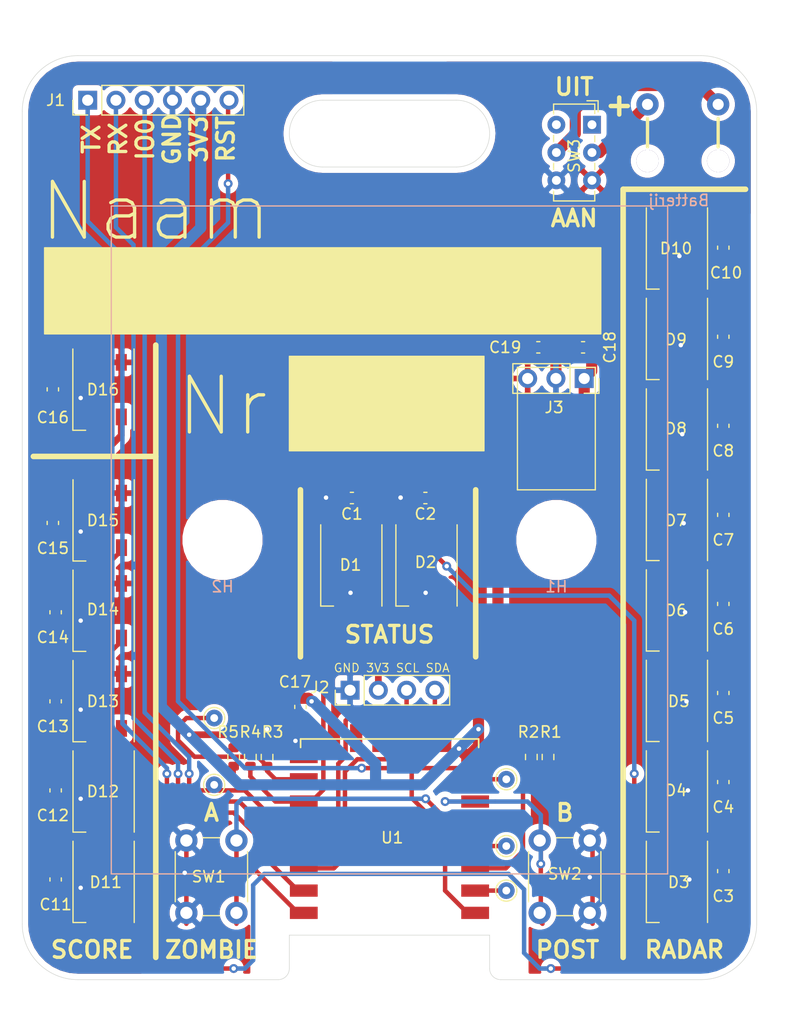
<source format=kicad_pcb>
(kicad_pcb (version 20171130) (host pcbnew "(5.1.7)-1")
  (layers (0 F.Cu signal) (31 B.Cu signal) (34 B.Paste user) (35 F.Paste user) (36 B.SilkS user) (37 F.SilkS user) (38 B.Mask user) (39 F.Mask user) (44 Edge.Cuts user))
  (net 0 "")
  (net 1 +3V3)
  (net 2 GND)
  (net 3 TX)
  (net 4 RX)
  (net 5 IO0)
  (net 6 RST)
  (net 7 SW_ZOMBIE)
  (net 8 SW_POST)
  (net 9 "Net-(D1-Pad4)")
  (net 10 "Net-(D1-Pad2)")
  (net 11 "Net-(D2-Pad2)")
  (net 12 "Net-(D3-Pad2)")
  (net 13 "Net-(D4-Pad2)")
  (net 14 "Net-(D5-Pad2)")
  (net 15 "Net-(D6-Pad2)")
  (net 16 "Net-(D7-Pad2)")
  (net 17 "Net-(D8-Pad2)")
  (net 18 "Net-(D10-Pad4)")
  (net 19 "Net-(D10-Pad2)")
  (net 20 "Net-(D11-Pad2)")
  (net 21 "Net-(D12-Pad2)")
  (net 22 "Net-(D13-Pad2)")
  (net 23 "Net-(D14-Pad2)")
  (net 24 "Net-(D15-Pad2)")
  (net 25 "Net-(R2-Pad2)")
  (net 26 SCL)
  (net 27 SDA)
  (net 28 +BATT)
  (net 29 "Net-(BT1-Pad2)")
  (net 30 "Net-(R3-Pad2)")
  (net 31 "Net-(BT1-Pad1)")
  (net 32 "Net-(D16-Pad2)")
  (net 33 "Net-(SW3-Pad4)")
  (net 34 "Net-(SW3-Pad1)")
  (net 35 "Net-(U1-Pad17)")
  (net 36 "Net-(U1-Pad18)")
  (net 37 "Net-(U1-Pad19)")
  (net 38 "Net-(U1-Pad20)")
  (net 39 "Net-(U1-Pad21)")
  (net 40 "Net-(U1-Pad22)")
  (net 41 "Net-(TP1-Pad1)")
  (net 42 "Net-(TP2-Pad1)")
  (net 43 "Net-(TP3-Pad1)")
  (module ESP8266:ESP-12E_SMD (layer F.Cu) (at 136 143 180)
    (fp_text reference U1 (at 6.75 6.75 180) (layer F.SilkS))
    (fp_text value ESP-12E hide)
    (pad 1 smd rect (at 0 0 180) (size 2.5 1.1) (drill (offset -0.7 0)) (layers F.Cu F.Paste F.Mask) (net 6 RST))
    (pad 2 smd rect (at 0 2 180) (size 2.5 1.1) (drill (offset -0.7 0)) (layers F.Cu F.Paste F.Mask) (net 43 "Net-(TP3-Pad1)"))
    (pad 3 smd rect (at 0 4 180) (size 2.5 1.1) (drill (offset -0.7 0)) (layers F.Cu F.Paste F.Mask) (net 25 "Net-(R2-Pad2)"))
    (pad 4 smd rect (at 0 6 180) (size 2.5 1.1) (drill (offset -0.7 0)) (layers F.Cu F.Paste F.Mask) (net 42 "Net-(TP2-Pad1)"))
    (pad 5 smd rect (at 0 8 180) (size 2.5 1.1) (drill (offset -0.7 0)) (layers F.Cu F.Paste F.Mask) (net 7 SW_ZOMBIE))
    (pad 6 smd rect (at 0 10 180) (size 2.5 1.1) (drill (offset -0.7 0)) (layers F.Cu F.Paste F.Mask) (net 8 SW_POST))
    (pad 7 smd rect (at 0 12 180) (size 2.5 1.1) (drill (offset -0.7 0)) (layers F.Cu F.Paste F.Mask) (net 41 "Net-(TP1-Pad1)"))
    (pad 8 smd rect (at 0 14 180) (size 2.5 1.1) (drill (offset -0.7 0)) (layers F.Cu F.Paste F.Mask) (net 1 +3V3))
    (pad 9 smd rect (at 14 14 180) (size 2.5 1.1) (drill (offset 0.7 0)) (layers F.Cu F.Paste F.Mask) (net 2 GND))
    (pad 10 smd rect (at 14 12 180) (size 2.5 1.1) (drill (offset 0.7 0)) (layers F.Cu F.Paste F.Mask) (net 30 "Net-(R3-Pad2)"))
    (pad 11 smd rect (at 14 10 180) (size 2.5 1.1) (drill (offset 0.7 0)) (layers F.Cu F.Paste F.Mask) (net 9 "Net-(D1-Pad4)"))
    (pad 12 smd rect (at 14 8 180) (size 2.5 1.1) (drill (offset 0.7 0)) (layers F.Cu F.Paste F.Mask) (net 5 IO0))
    (pad 13 smd rect (at 14 6 180) (size 2.5 1.1) (drill (offset 0.7 0)) (layers F.Cu F.Paste F.Mask) (net 26 SCL))
    (pad 14 smd rect (at 14 4 180) (size 2.5 1.1) (drill (offset 0.7 0)) (layers F.Cu F.Paste F.Mask) (net 27 SDA))
    (pad 15 smd rect (at 14 2 180) (size 2.5 1.1) (drill (offset 0.7 0)) (layers F.Cu F.Paste F.Mask) (net 4 RX))
    (pad 16 smd rect (at 14 0 180) (size 2.5 1.1) (drill (offset 0.7 0)) (layers F.Cu F.Paste F.Mask) (net 3 TX))
    (pad 17 smd rect (at 1.99 15 270) (size 2.5 1.1) (drill (offset -0.7 0)) (layers F.Cu F.Paste F.Mask) (net 35 "Net-(U1-Pad17)"))
    (pad 18 smd rect (at 3.99 15 270) (size 2.5 1.1) (drill (offset -0.7 0)) (layers F.Cu F.Paste F.Mask) (net 36 "Net-(U1-Pad18)"))
    (pad 19 smd rect (at 5.99 15 270) (size 2.5 1.1) (drill (offset -0.7 0)) (layers F.Cu F.Paste F.Mask) (net 37 "Net-(U1-Pad19)"))
    (pad 20 smd rect (at 7.99 15 270) (size 2.5 1.1) (drill (offset -0.7 0)) (layers F.Cu F.Paste F.Mask) (net 38 "Net-(U1-Pad20)"))
    (pad 21 smd rect (at 9.99 15 270) (size 2.5 1.1) (drill (offset -0.7 0)) (layers F.Cu F.Paste F.Mask) (net 39 "Net-(U1-Pad21)"))
    (pad 22 smd rect (at 11.99 15 270) (size 2.5 1.1) (drill (offset -0.7 0)) (layers F.Cu F.Paste F.Mask) (net 40 "Net-(U1-Pad22)"))
  )
  (module TestPoint:TestPoint_THTPad_D1.5mm_Drill0.7mm (layer F.Cu) (at 139.5 131)
    (fp_text reference TP1 hide)
    (fp_text value TestPoint)
    (pad 1 thru_hole circle (at 0 0) (size 1.5 1.5) (drill 0.7) (layers *.Cu *.Mask) (net 41 "Net-(TP1-Pad1)"))
  )
  (module TestPoint:TestPoint_THTPad_D1.5mm_Drill0.7mm (layer F.Cu) (at 139.5 137)
    (fp_text reference TP2 hide)
    (fp_text value TestPoint)
    (pad 1 thru_hole circle (at 0 0) (size 1.5 1.5) (drill 0.7) (layers *.Cu *.Mask) (net 42 "Net-(TP2-Pad1)"))
  )
  (module TestPoint:TestPoint_THTPad_D1.5mm_Drill0.7mm (layer F.Cu) (at 139.5 141)
    (fp_text reference TP3 hide)
    (fp_text value TestPoint)
    (pad 1 thru_hole circle (at 0 0) (size 1.5 1.5) (drill 0.7) (layers *.Cu *.Mask) (net 43 "Net-(TP3-Pad1)"))
  )
  (module BatteryHolder_Generic:Generic (layer F.Cu) (at 156 78)
    (fp_text reference BT1 hide)
    (fp_text value Battery)
    (fp_text user + (at -6.35 -7.62) (layer F.SilkS) (effects (font (size 2 2) (thickness 0.4))))
    (pad "" thru_hole circle (at -3.81 -2.54) (size 2 2) (drill 2) (layers *.Cu *.Mask))
    (pad "" thru_hole circle (at 2.54 -2.54) (size 2 2) (drill 2) (layers *.Cu *.Mask))
    (pad 2 thru_hole circle (at 2.54 -7.62) (size 2 2) (drill 1) (layers *.Cu *.Mask) (net 29 "Net-(BT1-Pad2)"))
    (pad 1 thru_hole circle (at -3.81 -7.62) (size 2 2) (drill 1) (layers *.Cu *.Mask) (net 31 "Net-(BT1-Pad1)"))
  )
  (module Capacitor_SMD:C_0603_1608Metric (layer F.Cu) (at 125.624 105.736 180)
    (fp_text reference C1 (at 0 -1.43) (layer F.SilkS))
    (fp_text value 100nF)
    (pad 1 smd roundrect (at -0.775 0 180) (size 0.9 0.95) (layers F.Cu F.Paste F.Mask) (net 28 +BATT))
    (pad 2 smd roundrect (at 0.775 0 180) (size 0.9 0.95) (layers F.Cu F.Paste F.Mask) (net 2 GND))
  )
  (module Capacitor_SMD:C_0603_1608Metric (layer F.Cu) (at 132.228 105.736 180)
    (fp_text reference C2 (at 0 -1.43) (layer F.SilkS))
    (fp_text value 100nF)
    (pad 2 smd roundrect (at 0.775 0 180) (size 0.9 0.95) (layers F.Cu F.Paste F.Mask) (net 2 GND))
    (pad 1 smd roundrect (at -0.775 0 180) (size 0.9 0.95) (layers F.Cu F.Paste F.Mask) (net 28 +BATT))
  )
  (module Capacitor_SMD:C_0603_1608Metric (layer F.Cu) (at 159 139.25 270)
    (fp_text reference C3 (at 2.25 0 180) (layer F.SilkS))
    (fp_text value 100nF)
    (pad 1 smd roundrect (at -0.775 0 270) (size 0.9 0.95) (layers F.Cu F.Paste F.Mask) (net 28 +BATT))
    (pad 2 smd roundrect (at 0.775 0 270) (size 0.9 0.95) (layers F.Cu F.Paste F.Mask) (net 2 GND))
  )
  (module Capacitor_SMD:C_0603_1608Metric (layer F.Cu) (at 159 131.25 270)
    (fp_text reference C4 (at 2.25 0 180) (layer F.SilkS))
    (fp_text value 100nF)
    (pad 2 smd roundrect (at 0.775 0 270) (size 0.9 0.95) (layers F.Cu F.Paste F.Mask) (net 2 GND))
    (pad 1 smd roundrect (at -0.775 0 270) (size 0.9 0.95) (layers F.Cu F.Paste F.Mask) (net 28 +BATT))
  )
  (module Capacitor_SMD:C_0603_1608Metric (layer F.Cu) (at 159 123.25 270)
    (fp_text reference C5 (at 2.25 0 180) (layer F.SilkS))
    (fp_text value 100nF)
    (pad 2 smd roundrect (at 0.775 0 270) (size 0.9 0.95) (layers F.Cu F.Paste F.Mask) (net 2 GND))
    (pad 1 smd roundrect (at -0.775 0 270) (size 0.9 0.95) (layers F.Cu F.Paste F.Mask) (net 28 +BATT))
  )
  (module Capacitor_SMD:C_0603_1608Metric (layer F.Cu) (at 159 115.25 270)
    (fp_text reference C6 (at 2.25 0 180) (layer F.SilkS))
    (fp_text value 100nF)
    (pad 1 smd roundrect (at -0.775 0 270) (size 0.9 0.95) (layers F.Cu F.Paste F.Mask) (net 28 +BATT))
    (pad 2 smd roundrect (at 0.775 0 270) (size 0.9 0.95) (layers F.Cu F.Paste F.Mask) (net 2 GND))
  )
  (module Capacitor_SMD:C_0603_1608Metric (layer F.Cu) (at 159 107.25 270)
    (fp_text reference C7 (at 2.25 0 180) (layer F.SilkS))
    (fp_text value 100nF)
    (pad 2 smd roundrect (at 0.775 0 270) (size 0.9 0.95) (layers F.Cu F.Paste F.Mask) (net 2 GND))
    (pad 1 smd roundrect (at -0.775 0 270) (size 0.9 0.95) (layers F.Cu F.Paste F.Mask) (net 28 +BATT))
  )
  (module Capacitor_SMD:C_0603_1608Metric (layer F.Cu) (at 159 99.25 270)
    (fp_text reference C8 (at 2.25 0 180) (layer F.SilkS))
    (fp_text value 100nF)
    (pad 2 smd roundrect (at 0.775 0 270) (size 0.9 0.95) (layers F.Cu F.Paste F.Mask) (net 2 GND))
    (pad 1 smd roundrect (at -0.775 0 270) (size 0.9 0.95) (layers F.Cu F.Paste F.Mask) (net 28 +BATT))
  )
  (module Capacitor_SMD:C_0603_1608Metric (layer F.Cu) (at 159 91.25 270)
    (fp_text reference C9 (at 2.25 0 180) (layer F.SilkS))
    (fp_text value 100nF)
    (pad 1 smd roundrect (at -0.775 0 270) (size 0.9 0.95) (layers F.Cu F.Paste F.Mask) (net 28 +BATT))
    (pad 2 smd roundrect (at 0.775 0 270) (size 0.9 0.95) (layers F.Cu F.Paste F.Mask) (net 2 GND))
  )
  (module Capacitor_SMD:C_0603_1608Metric (layer F.Cu) (at 159 83.25 270)
    (fp_text reference C10 (at 2.25 -0.25 180) (layer F.SilkS))
    (fp_text value 100nF)
    (pad 2 smd roundrect (at 0.775 0 270) (size 0.9 0.95) (layers F.Cu F.Paste F.Mask) (net 2 GND))
    (pad 1 smd roundrect (at -0.775 0 270) (size 0.9 0.95) (layers F.Cu F.Paste F.Mask) (net 28 +BATT))
  )
  (module Capacitor_SMD:C_0603_1608Metric (layer F.Cu) (at 99 140 270)
    (fp_text reference C11 (at 2.25 0 180) (layer F.SilkS))
    (fp_text value 100nF)
    (pad 1 smd roundrect (at -0.775 0 270) (size 0.9 0.95) (layers F.Cu F.Paste F.Mask) (net 28 +BATT))
    (pad 2 smd roundrect (at 0.775 0 270) (size 0.9 0.95) (layers F.Cu F.Paste F.Mask) (net 2 GND))
  )
  (module Capacitor_SMD:C_0603_1608Metric (layer F.Cu) (at 99 132 270)
    (fp_text reference C12 (at 2.25 0.25 180) (layer F.SilkS))
    (fp_text value 100nF)
    (pad 1 smd roundrect (at -0.775 0 270) (size 0.9 0.95) (layers F.Cu F.Paste F.Mask) (net 28 +BATT))
    (pad 2 smd roundrect (at 0.775 0 270) (size 0.9 0.95) (layers F.Cu F.Paste F.Mask) (net 2 GND))
  )
  (module Capacitor_SMD:C_0603_1608Metric (layer F.Cu) (at 99 124 270)
    (fp_text reference C13 (at 2.25 0.25 180) (layer F.SilkS))
    (fp_text value 100nF)
    (pad 1 smd roundrect (at -0.775 0 270) (size 0.9 0.95) (layers F.Cu F.Paste F.Mask) (net 28 +BATT))
    (pad 2 smd roundrect (at 0.775 0 270) (size 0.9 0.95) (layers F.Cu F.Paste F.Mask) (net 2 GND))
  )
  (module Capacitor_SMD:C_0603_1608Metric (layer F.Cu) (at 99 116 270)
    (fp_text reference C14 (at 2.25 0.25 180) (layer F.SilkS))
    (fp_text value 100nF)
    (pad 2 smd roundrect (at 0.775 0 270) (size 0.9 0.95) (layers F.Cu F.Paste F.Mask) (net 2 GND))
    (pad 1 smd roundrect (at -0.775 0 270) (size 0.9 0.95) (layers F.Cu F.Paste F.Mask) (net 28 +BATT))
  )
  (module Capacitor_SMD:C_0603_1608Metric (layer F.Cu) (at 98.75 107.975 270)
    (fp_text reference C15 (at 2.275 0 180) (layer F.SilkS))
    (fp_text value 100nF)
    (pad 1 smd roundrect (at -0.775 0 270) (size 0.9 0.95) (layers F.Cu F.Paste F.Mask) (net 28 +BATT))
    (pad 2 smd roundrect (at 0.775 0 270) (size 0.9 0.95) (layers F.Cu F.Paste F.Mask) (net 2 GND))
  )
  (module Capacitor_SMD:C_0603_1608Metric (layer F.Cu) (at 98.75 95.975 270)
    (fp_text reference C16 (at 2.525 0 180) (layer F.SilkS))
    (fp_text value 100nF)
    (pad 2 smd roundrect (at 0.775 0 270) (size 0.9 0.95) (layers F.Cu F.Paste F.Mask) (net 2 GND))
    (pad 1 smd roundrect (at -0.775 0 270) (size 0.9 0.95) (layers F.Cu F.Paste F.Mask) (net 28 +BATT))
  )
  (module Capacitor_SMD:C_0603_1608Metric (layer F.Cu) (at 121 124.5 270)
    (fp_text reference C17 (at -2.25 0.5 180) (layer F.SilkS))
    (fp_text value 100nF)
    (pad 2 smd roundrect (at 0.775 0 270) (size 0.9 0.95) (layers F.Cu F.Paste F.Mask) (net 2 GND))
    (pad 1 smd roundrect (at -0.775 0 270) (size 0.9 0.95) (layers F.Cu F.Paste F.Mask) (net 1 +3V3))
  )
  (module Capacitor_SMD:C_0603_1608Metric (layer F.Cu) (at 146.4 92.2 180)
    (fp_text reference C18 (at -2.4 0 90) (layer F.SilkS))
    (fp_text value 10uF)
    (pad 1 smd roundrect (at -0.775 0 180) (size 0.9 0.95) (layers F.Cu F.Paste F.Mask) (net 1 +3V3))
    (pad 2 smd roundrect (at 0.775 0 180) (size 0.9 0.95) (layers F.Cu F.Paste F.Mask) (net 2 GND))
  )
  (module Capacitor_SMD:C_0603_1608Metric (layer F.Cu) (at 142.375 92.2)
    (fp_text reference C19 (at -2.975 0) (layer F.SilkS))
    (fp_text value 10uF)
    (pad 1 smd roundrect (at -0.775 0) (size 0.9 0.95) (layers F.Cu F.Paste F.Mask) (net 28 +BATT))
    (pad 2 smd roundrect (at 0.775 0) (size 0.9 0.95) (layers F.Cu F.Paste F.Mask) (net 2 GND))
  )
  (module LED_SMD:LED_WS2812B_PLCC4_5.0x5.0mm_P3.2mm (layer F.Cu) (at 125.572 111.792 270)
    (fp_text reference D1 (at -0.042 0.072 180) (layer F.SilkS))
    (fp_text value WS2812B)
    (pad 1 smd rect (at -2.45 -1.6 270) (size 1.5 1) (layers F.Cu F.Paste F.Mask) (net 28 +BATT))
    (pad 2 smd rect (at -2.45 1.6 270) (size 1.5 1) (layers F.Cu F.Paste F.Mask) (net 10 "Net-(D1-Pad2)"))
    (pad 4 smd rect (at 2.45 -1.6 270) (size 1.5 1) (layers F.Cu F.Paste F.Mask) (net 9 "Net-(D1-Pad4)"))
    (pad 3 smd rect (at 2.45 1.6 270) (size 1.5 1) (layers F.Cu F.Paste F.Mask) (net 2 GND))
  )
  (module LED_SMD:LED_WS2812B_PLCC4_5.0x5.0mm_P3.2mm (layer F.Cu) (at 132.328 111.792 270)
    (fp_text reference D2 (at -0.292 0.078 180) (layer F.SilkS))
    (fp_text value WS2812B)
    (pad 3 smd rect (at 2.45 1.6 270) (size 1.5 1) (layers F.Cu F.Paste F.Mask) (net 2 GND))
    (pad 4 smd rect (at 2.45 -1.6 270) (size 1.5 1) (layers F.Cu F.Paste F.Mask) (net 10 "Net-(D1-Pad2)"))
    (pad 2 smd rect (at -2.45 1.6 270) (size 1.5 1) (layers F.Cu F.Paste F.Mask) (net 11 "Net-(D2-Pad2)"))
    (pad 1 smd rect (at -2.45 -1.6 270) (size 1.5 1) (layers F.Cu F.Paste F.Mask) (net 28 +BATT))
  )
  (module LED_SMD:LED_WS2812B_PLCC4_5.0x5.0mm_P3.2mm (layer F.Cu) (at 154.834 140.216 270)
    (fp_text reference D3 (at 0.034 -0.166 180) (layer F.SilkS))
    (fp_text value WS2812B)
    (pad 1 smd rect (at -2.45 -1.6 270) (size 1.5 1) (layers F.Cu F.Paste F.Mask) (net 28 +BATT))
    (pad 2 smd rect (at -2.45 1.6 270) (size 1.5 1) (layers F.Cu F.Paste F.Mask) (net 12 "Net-(D3-Pad2)"))
    (pad 4 smd rect (at 2.45 -1.6 270) (size 1.5 1) (layers F.Cu F.Paste F.Mask) (net 11 "Net-(D2-Pad2)"))
    (pad 3 smd rect (at 2.45 1.6 270) (size 1.5 1) (layers F.Cu F.Paste F.Mask) (net 2 GND))
  )
  (module LED_SMD:LED_WS2812B_PLCC4_5.0x5.0mm_P3.2mm (layer F.Cu) (at 154.834 132.088 270)
    (fp_text reference D4 (at -0.088 0.084 180) (layer F.SilkS))
    (fp_text value WS2812B)
    (pad 3 smd rect (at 2.45 1.6 270) (size 1.5 1) (layers F.Cu F.Paste F.Mask) (net 2 GND))
    (pad 4 smd rect (at 2.45 -1.6 270) (size 1.5 1) (layers F.Cu F.Paste F.Mask) (net 12 "Net-(D3-Pad2)"))
    (pad 2 smd rect (at -2.45 1.6 270) (size 1.5 1) (layers F.Cu F.Paste F.Mask) (net 13 "Net-(D4-Pad2)"))
    (pad 1 smd rect (at -2.45 -1.6 270) (size 1.5 1) (layers F.Cu F.Paste F.Mask) (net 28 +BATT))
  )
  (module LED_SMD:LED_WS2812B_PLCC4_5.0x5.0mm_P3.2mm (layer F.Cu) (at 154.834 123.96 270)
    (fp_text reference D5 (at 0.04 -0.166 180) (layer F.SilkS))
    (fp_text value WS2812B)
    (pad 3 smd rect (at 2.45 1.6 270) (size 1.5 1) (layers F.Cu F.Paste F.Mask) (net 2 GND))
    (pad 4 smd rect (at 2.45 -1.6 270) (size 1.5 1) (layers F.Cu F.Paste F.Mask) (net 13 "Net-(D4-Pad2)"))
    (pad 2 smd rect (at -2.45 1.6 270) (size 1.5 1) (layers F.Cu F.Paste F.Mask) (net 14 "Net-(D5-Pad2)"))
    (pad 1 smd rect (at -2.45 -1.6 270) (size 1.5 1) (layers F.Cu F.Paste F.Mask) (net 28 +BATT))
  )
  (module LED_SMD:LED_WS2812B_PLCC4_5.0x5.0mm_P3.2mm (layer F.Cu) (at 154.834 115.832 270)
    (fp_text reference D6 (at 0 0.084 180) (layer F.SilkS))
    (fp_text value WS2812B)
    (pad 1 smd rect (at -2.45 -1.6 270) (size 1.5 1) (layers F.Cu F.Paste F.Mask) (net 28 +BATT))
    (pad 2 smd rect (at -2.45 1.6 270) (size 1.5 1) (layers F.Cu F.Paste F.Mask) (net 15 "Net-(D6-Pad2)"))
    (pad 4 smd rect (at 2.45 -1.6 270) (size 1.5 1) (layers F.Cu F.Paste F.Mask) (net 14 "Net-(D5-Pad2)"))
    (pad 3 smd rect (at 2.45 1.6 270) (size 1.5 1) (layers F.Cu F.Paste F.Mask) (net 2 GND))
  )
  (module LED_SMD:LED_WS2812B_PLCC4_5.0x5.0mm_P3.2mm (layer F.Cu) (at 154.834 107.704 270)
    (fp_text reference D7 (at 0.046 0.084 180) (layer F.SilkS))
    (fp_text value WS2812B)
    (pad 3 smd rect (at 2.45 1.6 270) (size 1.5 1) (layers F.Cu F.Paste F.Mask) (net 2 GND))
    (pad 4 smd rect (at 2.45 -1.6 270) (size 1.5 1) (layers F.Cu F.Paste F.Mask) (net 15 "Net-(D6-Pad2)"))
    (pad 2 smd rect (at -2.45 1.6 270) (size 1.5 1) (layers F.Cu F.Paste F.Mask) (net 16 "Net-(D7-Pad2)"))
    (pad 1 smd rect (at -2.45 -1.6 270) (size 1.5 1) (layers F.Cu F.Paste F.Mask) (net 28 +BATT))
  )
  (module LED_SMD:LED_WS2812B_PLCC4_5.0x5.0mm_P3.2mm (layer F.Cu) (at 154.834 99.576 270)
    (fp_text reference D8 (at -0.076 0.084 180) (layer F.SilkS))
    (fp_text value WS2812B)
    (pad 1 smd rect (at -2.45 -1.6 270) (size 1.5 1) (layers F.Cu F.Paste F.Mask) (net 28 +BATT))
    (pad 2 smd rect (at -2.45 1.6 270) (size 1.5 1) (layers F.Cu F.Paste F.Mask) (net 17 "Net-(D8-Pad2)"))
    (pad 4 smd rect (at 2.45 -1.6 270) (size 1.5 1) (layers F.Cu F.Paste F.Mask) (net 16 "Net-(D7-Pad2)"))
    (pad 3 smd rect (at 2.45 1.6 270) (size 1.5 1) (layers F.Cu F.Paste F.Mask) (net 2 GND))
  )
  (module LED_SMD:LED_WS2812B_PLCC4_5.0x5.0mm_P3.2mm (layer F.Cu) (at 154.834 91.448 270)
    (fp_text reference D9 (at 0.052 0.084 180) (layer F.SilkS))
    (fp_text value WS2812B)
    (pad 3 smd rect (at 2.45 1.6 270) (size 1.5 1) (layers F.Cu F.Paste F.Mask) (net 2 GND))
    (pad 4 smd rect (at 2.45 -1.6 270) (size 1.5 1) (layers F.Cu F.Paste F.Mask) (net 17 "Net-(D8-Pad2)"))
    (pad 2 smd rect (at -2.45 1.6 270) (size 1.5 1) (layers F.Cu F.Paste F.Mask) (net 18 "Net-(D10-Pad4)"))
    (pad 1 smd rect (at -2.45 -1.6 270) (size 1.5 1) (layers F.Cu F.Paste F.Mask) (net 28 +BATT))
  )
  (module LED_SMD:LED_WS2812B_PLCC4_5.0x5.0mm_P3.2mm (layer F.Cu) (at 154.834 83.32 270)
    (fp_text reference D10 (at 0 0.084 180) (layer F.SilkS))
    (fp_text value WS2812B)
    (pad 1 smd rect (at -2.45 -1.6 270) (size 1.5 1) (layers F.Cu F.Paste F.Mask) (net 28 +BATT))
    (pad 2 smd rect (at -2.45 1.6 270) (size 1.5 1) (layers F.Cu F.Paste F.Mask) (net 19 "Net-(D10-Pad2)"))
    (pad 4 smd rect (at 2.45 -1.6 270) (size 1.5 1) (layers F.Cu F.Paste F.Mask) (net 18 "Net-(D10-Pad4)"))
    (pad 3 smd rect (at 2.45 1.6 270) (size 1.5 1) (layers F.Cu F.Paste F.Mask) (net 2 GND))
  )
  (module LED_SMD:LED_WS2812B_PLCC4_5.0x5.0mm_P3.2mm (layer F.Cu) (at 103.312 140.216 270)
    (fp_text reference D11 (at 0.034 -0.188 180) (layer F.SilkS))
    (fp_text value WS2812B)
    (pad 3 smd rect (at 2.45 1.6 270) (size 1.5 1) (layers F.Cu F.Paste F.Mask) (net 2 GND))
    (pad 4 smd rect (at 2.45 -1.6 270) (size 1.5 1) (layers F.Cu F.Paste F.Mask) (net 19 "Net-(D10-Pad2)"))
    (pad 2 smd rect (at -2.45 1.6 270) (size 1.5 1) (layers F.Cu F.Paste F.Mask) (net 20 "Net-(D11-Pad2)"))
    (pad 1 smd rect (at -2.45 -1.6 270) (size 1.5 1) (layers F.Cu F.Paste F.Mask) (net 28 +BATT))
  )
  (module LED_SMD:LED_WS2812B_PLCC4_5.0x5.0mm_P3.2mm (layer F.Cu) (at 103.312 132.098 270)
    (fp_text reference D12 (at 0 0.062 180) (layer F.SilkS))
    (fp_text value WS2812B)
    (pad 1 smd rect (at -2.45 -1.6 270) (size 1.5 1) (layers F.Cu F.Paste F.Mask) (net 28 +BATT))
    (pad 2 smd rect (at -2.45 1.6 270) (size 1.5 1) (layers F.Cu F.Paste F.Mask) (net 21 "Net-(D12-Pad2)"))
    (pad 4 smd rect (at 2.45 -1.6 270) (size 1.5 1) (layers F.Cu F.Paste F.Mask) (net 20 "Net-(D11-Pad2)"))
    (pad 3 smd rect (at 2.45 1.6 270) (size 1.5 1) (layers F.Cu F.Paste F.Mask) (net 2 GND))
  )
  (module LED_SMD:LED_WS2812B_PLCC4_5.0x5.0mm_P3.2mm (layer F.Cu) (at 103.312 123.98 270)
    (fp_text reference D13 (at 0.02 0.062 180) (layer F.SilkS))
    (fp_text value WS2812B)
    (pad 3 smd rect (at 2.45 1.6 270) (size 1.5 1) (layers F.Cu F.Paste F.Mask) (net 2 GND))
    (pad 4 smd rect (at 2.45 -1.6 270) (size 1.5 1) (layers F.Cu F.Paste F.Mask) (net 21 "Net-(D12-Pad2)"))
    (pad 2 smd rect (at -2.45 1.6 270) (size 1.5 1) (layers F.Cu F.Paste F.Mask) (net 22 "Net-(D13-Pad2)"))
    (pad 1 smd rect (at -2.45 -1.6 270) (size 1.5 1) (layers F.Cu F.Paste F.Mask) (net 28 +BATT))
  )
  (module LED_SMD:LED_WS2812B_PLCC4_5.0x5.0mm_P3.2mm (layer F.Cu) (at 103.312 115.862 270)
    (fp_text reference D14 (at -0.112 0.062 180) (layer F.SilkS))
    (fp_text value WS2812B)
    (pad 1 smd rect (at -2.45 -1.6 270) (size 1.5 1) (layers F.Cu F.Paste F.Mask) (net 28 +BATT))
    (pad 2 smd rect (at -2.45 1.6 270) (size 1.5 1) (layers F.Cu F.Paste F.Mask) (net 23 "Net-(D14-Pad2)"))
    (pad 4 smd rect (at 2.45 -1.6 270) (size 1.5 1) (layers F.Cu F.Paste F.Mask) (net 22 "Net-(D13-Pad2)"))
    (pad 3 smd rect (at 2.45 1.6 270) (size 1.5 1) (layers F.Cu F.Paste F.Mask) (net 2 GND))
  )
  (module LED_SMD:LED_WS2812B_PLCC4_5.0x5.0mm_P3.2mm (layer F.Cu) (at 103.312 107.744 270)
    (fp_text reference D15 (at 0.006 0.062 180) (layer F.SilkS))
    (fp_text value WS2812B)
    (pad 3 smd rect (at 2.45 1.6 270) (size 1.5 1) (layers F.Cu F.Paste F.Mask) (net 2 GND))
    (pad 4 smd rect (at 2.45 -1.6 270) (size 1.5 1) (layers F.Cu F.Paste F.Mask) (net 23 "Net-(D14-Pad2)"))
    (pad 2 smd rect (at -2.45 1.6 270) (size 1.5 1) (layers F.Cu F.Paste F.Mask) (net 24 "Net-(D15-Pad2)"))
    (pad 1 smd rect (at -2.45 -1.6 270) (size 1.5 1) (layers F.Cu F.Paste F.Mask) (net 28 +BATT))
  )
  (module LED_SMD:LED_WS2812B_PLCC4_5.0x5.0mm_P3.2mm (layer F.Cu) (at 103.296 96 270)
    (fp_text reference D16 (at 0 0.046 180) (layer F.SilkS))
    (fp_text value WS2812B)
    (pad 1 smd rect (at -2.45 -1.6 270) (size 1.5 1) (layers F.Cu F.Paste F.Mask) (net 28 +BATT))
    (pad 2 smd rect (at -2.45 1.6 270) (size 1.5 1) (layers F.Cu F.Paste F.Mask) (net 32 "Net-(D16-Pad2)"))
    (pad 4 smd rect (at 2.45 -1.6 270) (size 1.5 1) (layers F.Cu F.Paste F.Mask) (net 24 "Net-(D15-Pad2)"))
    (pad 3 smd rect (at 2.45 1.6 270) (size 1.5 1) (layers F.Cu F.Paste F.Mask) (net 2 GND))
  )
  (module Resistor_SMD:R_0603_1608Metric (layer F.Cu) (at 143.25 129 270)
    (fp_text reference R1 (at -2.25 -0.25 180) (layer F.SilkS))
    (fp_text value 10K)
    (pad 1 smd roundrect (at -0.825 0 270) (size 0.8 0.95) (layers F.Cu F.Paste F.Mask) (net 1 +3V3))
    (pad 2 smd roundrect (at 0.825 0 270) (size 0.8 0.95) (layers F.Cu F.Paste F.Mask) (net 6 RST))
  )
  (module Resistor_SMD:R_0603_1608Metric (layer F.Cu) (at 141.75 129 270)
    (fp_text reference R2 (at -2.25 0.25 180) (layer F.SilkS))
    (fp_text value 10K)
    (pad 1 smd roundrect (at -0.825 0 270) (size 0.8 0.95) (layers F.Cu F.Paste F.Mask) (net 1 +3V3))
    (pad 2 smd roundrect (at 0.825 0 270) (size 0.8 0.95) (layers F.Cu F.Paste F.Mask) (net 25 "Net-(R2-Pad2)"))
  )
  (module Resistor_SMD:R_0603_1608Metric (layer F.Cu) (at 118 129 270)
    (fp_text reference R3 (at -2.25 -0.5 180) (layer F.SilkS))
    (fp_text value 10K)
    (pad 2 smd roundrect (at 0.825 0 270) (size 0.8 0.95) (layers F.Cu F.Paste F.Mask) (net 30 "Net-(R3-Pad2)"))
    (pad 1 smd roundrect (at -0.825 0 270) (size 0.8 0.95) (layers F.Cu F.Paste F.Mask) (net 2 GND))
  )
  (module Resistor_SMD:R_0603_1608Metric (layer F.Cu) (at 116.5 129 270)
    (fp_text reference R4 (at -2.25 0 180) (layer F.SilkS))
    (fp_text value 10K)
    (pad 1 smd roundrect (at -0.825 0 270) (size 0.8 0.95) (layers F.Cu F.Paste F.Mask) (net 1 +3V3))
    (pad 2 smd roundrect (at 0.825 0 270) (size 0.8 0.95) (layers F.Cu F.Paste F.Mask) (net 9 "Net-(D1-Pad4)"))
  )
  (module Resistor_SMD:R_0603_1608Metric (layer F.Cu) (at 115 129 270)
    (fp_text reference R5 (at -2.25 0.5 180) (layer F.SilkS))
    (fp_text value 10K)
    (pad 2 smd roundrect (at 0.825 0 270) (size 0.8 0.95) (layers F.Cu F.Paste F.Mask) (net 5 IO0))
    (pad 1 smd roundrect (at -0.825 0 270) (size 0.8 0.95) (layers F.Cu F.Paste F.Mask) (net 1 +3V3))
  )
  (module Button_Switch_THT:SW_E-Switch_EG1271_DPDT (layer F.Cu) (at 147.2 72.2 270)
    (fp_text reference SW3 (at 2.8 1.6 90) (layer F.SilkS))
    (fp_text value SW_DPDT_x2)
    (pad 1 thru_hole rect (at 0 0 270) (size 1.6 1.6) (drill 0.8) (layers *.Cu *.Mask) (net 34 "Net-(SW3-Pad1)"))
    (pad 2 thru_hole circle (at 2.5 0 270) (size 1.6 1.6) (drill 0.8) (layers *.Cu *.Mask) (net 31 "Net-(BT1-Pad1)"))
    (pad 3 thru_hole circle (at 5 0 270) (size 1.6 1.6) (drill 0.8) (layers *.Cu *.Mask) (net 28 +BATT))
    (pad 4 thru_hole circle (at 0 3.2 270) (size 1.6 1.6) (drill 0.8) (layers *.Cu *.Mask) (net 33 "Net-(SW3-Pad4)"))
    (pad 5 thru_hole circle (at 2.5 3.2 270) (size 1.6 1.6) (drill 0.8) (layers *.Cu *.Mask) (net 29 "Net-(BT1-Pad2)"))
    (pad 6 thru_hole circle (at 5 3.2 270) (size 1.6 1.6) (drill 0.8) (layers *.Cu *.Mask) (net 2 GND))
  )
  (module MountingHole:MountingHole_3.2mm_M3 (layer B.Cu) (at 144 109.5)
    (fp_text reference H1 (at 0 4.2) (layer B.SilkS) (effects (justify mirror)))
    (fp_text value MountingHole)
    (pad 1 np_thru_hole circle (at 0 0) (size 3.2 3.2) (drill 3.2) (layers *.Cu *.Mask))
  )
  (module MountingHole:MountingHole_3.2mm_M3 (layer B.Cu) (at 114 109.5)
    (fp_text reference H2 (at 0 4.2) (layer B.SilkS) (effects (justify mirror)))
    (fp_text value MountingHole)
    (pad 1 np_thru_hole circle (at 0 0) (size 3.2 3.2) (drill 3.2) (layers *.Cu *.Mask))
  )
  (module Connector_PinHeader_2.54mm:PinHeader_1x06_P2.54mm_Vertical (layer F.Cu) (at 101.88 70 90)
    (fp_text reference J1 (at 0 -2.88 180) (layer F.SilkS))
    (fp_text value Conn_01x06_Male)
    (pad 1 thru_hole rect (at 0 0 90) (size 1.7 1.7) (drill 1) (layers *.Cu *.Mask) (net 3 TX))
    (pad 2 thru_hole oval (at 0 2.54 90) (size 1.7 1.7) (drill 1) (layers *.Cu *.Mask) (net 4 RX))
    (pad 3 thru_hole oval (at 0 5.08 90) (size 1.7 1.7) (drill 1) (layers *.Cu *.Mask) (net 5 IO0))
    (pad 4 thru_hole oval (at 0 7.62 90) (size 1.7 1.7) (drill 1) (layers *.Cu *.Mask) (net 2 GND))
    (pad 5 thru_hole oval (at 0 10.16 90) (size 1.7 1.7) (drill 1) (layers *.Cu *.Mask) (net 1 +3V3))
    (pad 6 thru_hole oval (at 0 12.7 90) (size 1.7 1.7) (drill 1) (layers *.Cu *.Mask) (net 6 RST))
  )
  (module Connector_PinHeader_2.54mm:PinHeader_1x04_P2.54mm_Vertical (layer F.Cu) (at 125.46 123 90)
    (fp_text reference J2 (at 0.25 -2.71 180) (layer F.SilkS))
    (fp_text value Conn_01x04_Male)
    (pad 1 thru_hole rect (at 0 0 90) (size 1.7 1.7) (drill 1) (layers *.Cu *.Mask) (net 2 GND))
    (pad 2 thru_hole oval (at 0 2.54 90) (size 1.7 1.7) (drill 1) (layers *.Cu *.Mask) (net 1 +3V3))
    (pad 3 thru_hole oval (at 0 5.08 90) (size 1.7 1.7) (drill 1) (layers *.Cu *.Mask) (net 26 SCL))
    (pad 4 thru_hole oval (at 0 7.62 90) (size 1.7 1.7) (drill 1) (layers *.Cu *.Mask) (net 27 SDA))
  )
  (module Button_Switch_THT:SW_PUSH_6mm (layer F.Cu) (at 115.25 136.5 270)
    (fp_text reference SW1 (at 3.25 2.5 180) (layer F.SilkS))
    (fp_text value ZOMBIE)
    (pad 2 thru_hole circle (at 0 4.5) (size 2 2) (drill 1.1) (layers *.Cu *.Mask) (net 2 GND))
    (pad 1 thru_hole circle (at 0 0) (size 2 2) (drill 1.1) (layers *.Cu *.Mask) (net 7 SW_ZOMBIE))
    (pad 2 thru_hole circle (at 6.5 4.5) (size 2 2) (drill 1.1) (layers *.Cu *.Mask) (net 2 GND))
    (pad 1 thru_hole circle (at 6.5 0) (size 2 2) (drill 1.1) (layers *.Cu *.Mask) (net 7 SW_ZOMBIE))
  )
  (module Button_Switch_THT:SW_PUSH_6mm (layer F.Cu) (at 142.5 143 90)
    (fp_text reference SW2 (at 3.5 2.25 180) (layer F.SilkS))
    (fp_text value POST)
    (pad 1 thru_hole circle (at 6.5 0 180) (size 2 2) (drill 1.1) (layers *.Cu *.Mask) (net 8 SW_POST))
    (pad 2 thru_hole circle (at 6.5 4.5 180) (size 2 2) (drill 1.1) (layers *.Cu *.Mask) (net 2 GND))
    (pad 1 thru_hole circle (at 0 0 180) (size 2 2) (drill 1.1) (layers *.Cu *.Mask) (net 8 SW_POST))
    (pad 2 thru_hole circle (at 0 4.5 180) (size 2 2) (drill 1.1) (layers *.Cu *.Mask) (net 2 GND))
  )
  (module TestPoint:TestPoint_THTPad_D1.5mm_Drill0.7mm (layer F.Cu) (at 113.25 125.5)
    (fp_text reference TP4 hide)
    (fp_text value TestPoint)
    (pad 1 thru_hole circle (at 0 0) (size 1.5 1.5) (drill 0.7) (layers *.Cu *.Mask) (net 30 "Net-(R3-Pad2)"))
  )
  (module TestPoint:TestPoint_THTPad_D1.5mm_Drill0.7mm (layer F.Cu) (at 113.25 131.5)
    (fp_text reference TP5 hide)
    (fp_text value TestPoint)
    (pad 1 thru_hole circle (at 0 0) (size 1.5 1.5) (drill 0.7) (layers *.Cu *.Mask) (net 5 IO0))
  )
  (module Connector_PinSocket_2.54mm:PinSocket_1x03_P2.54mm_Vertical (layer F.Cu) (at 146.5 95 270)
    (fp_text reference J3 (at 2.6 2.7 180) (layer F.SilkS))
    (fp_text value Conn_01x03_Male)
    (pad 1 thru_hole rect (at 0 0 270) (size 1.7 1.7) (drill 1) (layers *.Cu *.Mask) (net 1 +3V3))
    (pad 2 thru_hole oval (at 0 2.54 270) (size 1.7 1.7) (drill 1) (layers *.Cu *.Mask) (net 2 GND))
    (pad 3 thru_hole oval (at 0 5.08 270) (size 1.7 1.7) (drill 1) (layers *.Cu *.Mask) (net 28 +BATT))
  )
  (gr_line (start 140.5 105) (end 140.5 94) (layer F.SilkS) (width 0.12))
  (gr_line (start 147.5 105) (end 140.5 105) (layer F.SilkS) (width 0.12))
  (gr_line (start 147.5 94) (end 147.5 105) (layer F.SilkS) (width 0.12))
  (gr_line (start 140.5 94) (end 147.5 94) (layer F.SilkS) (width 0.12))
  (gr_line (start 104 139.5) (end 154 139.5) (layer B.SilkS) (width 0.12))
  (gr_text Naam (at 108 80) (layer F.SilkS) (effects (font (size 5 5) (thickness 0.3))))
  (gr_text "B\n" (at 144.75 134) (layer F.SilkS) (effects (font (size 1.5 1.5) (thickness 0.3))))
  (gr_text A (at 113 134) (layer F.SilkS) (effects (font (size 1.5 1.5) (thickness 0.3))))
  (gr_text AAN (at 145.6 80.6) (layer F.SilkS) (effects (font (size 1.5 1.5) (thickness 0.3))))
  (gr_text UIT (at 145.6 68.8) (layer F.SilkS) (effects (font (size 1.5 1.5) (thickness 0.3))))
  (gr_text Batterij (at 155 79) (layer B.SilkS) (effects (font (size 1 1)) (justify mirror)))
  (gr_line (start 150 78) (end 161 78) (layer F.SilkS) (width 0.5))
  (gr_line (start 104 139.5) (end 104 79.5) (layer B.SilkS) (width 0.12))
  (gr_line (start 154 79.5) (end 154 139.5) (layer B.SilkS) (width 0.12))
  (gr_line (start 104 79.5) (end 154 79.5) (layer B.SilkS) (width 0.12))
  (gr_text "GND 3V3 SCL SDA" (at 129.2 121) (layer F.SilkS) (effects (font (size 0.76 0.76) (thickness 0.1))))
  (gr_text "TX\nRX\nIO0\nGND\n3V3\nRST" (at 108.25 73.5 90) (layer F.SilkS) (effects (font (size 1.5 1.5) (thickness 0.3))))
  (gr_text GN2020 (at 129 68) (layer F.Cu) (effects (font (size 1.5 1.5) (thickness 0.3))))
  (gr_arc (start 135 73) (end 135 76) (angle -180) (layer Edge.Cuts) (width 0.05))
  (gr_arc (start 123 73) (end 123 70) (angle -180) (layer Edge.Cuts) (width 0.05))
  (gr_arc (start 119 148) (end 119 149) (angle -90) (layer Edge.Cuts) (width 0.05))
  (gr_arc (start 139 148) (end 138 148) (angle -90) (layer Edge.Cuts) (width 0.05))
  (gr_line (start 108 102) (end 97 102) (layer F.SilkS) (width 0.5))
  (gr_line (start 123 76) (end 135 76) (layer Edge.Cuts) (width 0.05))
  (gr_line (start 135 70) (end 123 70) (layer Edge.Cuts) (width 0.05))
  (gr_arc (start 101 144) (end 96 144) (angle -90) (layer Edge.Cuts) (width 0.05))
  (gr_arc (start 157 144) (end 157 149) (angle -90) (layer Edge.Cuts) (width 0.05))
  (gr_arc (start 157 71) (end 162 71) (angle -90) (layer Edge.Cuts) (width 0.05))
  (gr_arc (start 101 71) (end 101 66) (angle -90) (layer Edge.Cuts) (width 0.05))
  (gr_poly (pts (xy 137.5 101.5) (xy 120 101.5) (xy 120 93) (xy 137.5 93)) (layer F.SilkS) (width 0.1))
  (gr_text Nr (at 114 97.5) (layer F.SilkS) (effects (font (size 5 5) (thickness 0.3))))
  (gr_poly (pts (xy 148 91) (xy 98 91) (xy 98 83.25) (xy 148 83.25)) (layer F.SilkS) (width 0.1))
  (gr_text STATUS (at 129 118) (layer F.SilkS) (effects (font (size 1.5 1.5) (thickness 0.3))))
  (gr_line (start 136.75 120) (end 136.75 105) (layer F.SilkS) (width 0.5))
  (gr_line (start 121 120) (end 121 105) (layer F.SilkS) (width 0.5))
  (gr_text "RADAR\n" (at 155.5 146.312) (layer F.SilkS) (effects (font (size 1.5 1.5) (thickness 0.3))))
  (gr_text SCORE (at 102.28 146.312) (layer F.SilkS) (effects (font (size 1.5 1.5) (thickness 0.3))))
  (gr_line (start 150 78) (end 150 147) (layer F.SilkS) (width 0.5))
  (gr_line (start 108 147) (end 108 92) (layer F.SilkS) (width 0.5))
  (gr_text "POST\n" (at 145 146.312) (layer F.SilkS) (effects (font (size 1.5 1.5) (thickness 0.3))))
  (gr_text ZOMBIE (at 113 146.312) (layer F.SilkS) (effects (font (size 1.5 1.5) (thickness 0.3))))
  (gr_line (start 119 149) (end 101 149) (layer Edge.Cuts) (width 0.05))
  (gr_line (start 120 145) (end 120 148) (layer Edge.Cuts) (width 0.05))
  (gr_line (start 138 145) (end 120 145) (layer Edge.Cuts) (width 0.05))
  (gr_line (start 138 148) (end 138 145) (layer Edge.Cuts) (width 0.05))
  (gr_line (start 157 149) (end 139 149) (layer Edge.Cuts) (width 0.05))
  (gr_line (start 96 144) (end 96 71) (layer Edge.Cuts) (width 0.05))
  (gr_line (start 162 71) (end 162 144) (layer Edge.Cuts) (width 0.05))
  (gr_line (start 101 66) (end 157 66) (layer Edge.Cuts) (width 0.05))
  (segment (start 109.5 84) (end 109.299992 84.200008) (width 0.6) (layer B.Cu) (net 1))
  (segment (start 109.5 84) (end 108.5 85) (width 0.6) (layer B.Cu) (net 1))
  (via (at 111 127) (size 0.8) (drill 0.4) (layers F.Cu B.Cu) (net 1))
  (segment (start 116.5 127.5) (end 116.5 128.25) (width 0.6) (layer F.Cu) (net 1))
  (segment (start 116 127) (end 116.5 127.5) (width 0.6) (layer F.Cu) (net 1))
  (segment (start 115 128.25) (end 115 127) (width 0.6) (layer F.Cu) (net 1))
  (segment (start 111 127) (end 115 127) (width 0.6) (layer F.Cu) (net 1))
  (segment (start 115 127) (end 116 127) (width 0.6) (layer F.Cu) (net 1))
  (segment (start 112.04 81.46) (end 112 81.5) (width 0.6) (layer B.Cu) (net 1))
  (segment (start 112 81.5) (end 109.5 84) (width 0.6) (layer B.Cu) (net 1))
  (via (at 137 126.5) (size 0.8) (drill 0.4) (layers F.Cu B.Cu) (net 1))
  (segment (start 136 129) (end 135.25 128.25) (width 0.6) (layer F.Cu) (net 1))
  (via (at 135.25 128.25) (size 0.8) (drill 0.4) (layers F.Cu B.Cu) (net 1))
  (segment (start 132 131.5) (end 135.25 128.25) (width 0.6) (layer B.Cu) (net 1))
  (segment (start 135.25 128.25) (end 137 126.5) (width 0.6) (layer B.Cu) (net 1))
  (segment (start 119.25 123.75) (end 121 123.75) (width 0.6) (layer F.Cu) (net 1))
  (segment (start 116 127) (end 119.25 123.75) (width 0.6) (layer F.Cu) (net 1))
  (segment (start 128 123) (end 128 121.5) (width 0.6) (layer F.Cu) (net 1))
  (segment (start 128 121.5) (end 128.5 121) (width 0.6) (layer F.Cu) (net 1))
  (segment (start 128.5 121) (end 136 121) (width 0.6) (layer F.Cu) (net 1))
  (segment (start 136 121) (end 137 122) (width 0.6) (layer F.Cu) (net 1))
  (segment (start 112.04 79.96) (end 112.04 81.46) (width 1) (layer B.Cu) (net 1))
  (segment (start 112.04 79.04) (end 112.04 79.96) (width 1) (layer B.Cu) (net 1))
  (segment (start 112.04 81.46) (end 108.5 85) (width 1) (layer B.Cu) (net 1))
  (segment (start 108.5 85) (end 108.5 124.5) (width 1) (layer B.Cu) (net 1))
  (segment (start 108.5 124.5) (end 111 127) (width 1) (layer B.Cu) (net 1))
  (segment (start 111 127) (end 115.5 131.5) (width 1) (layer B.Cu) (net 1))
  (segment (start 132 131.5) (end 137 126.5) (width 1) (layer B.Cu) (net 1))
  (via (at 122 124) (size 0.8) (drill 0.4) (layers F.Cu B.Cu) (net 1))
  (segment (start 121.725 123.725) (end 122 124) (width 1) (layer F.Cu) (net 1))
  (segment (start 121 123.725) (end 121.725 123.725) (width 1) (layer F.Cu) (net 1))
  (segment (start 127.75 129.621998) (end 127.75 131.5) (width 1) (layer B.Cu) (net 1))
  (segment (start 122.128002 124) (end 127.75 129.621998) (width 1) (layer B.Cu) (net 1))
  (segment (start 122 124) (end 122.128002 124) (width 1) (layer B.Cu) (net 1))
  (segment (start 127.75 131.5) (end 132 131.5) (width 1) (layer B.Cu) (net 1))
  (segment (start 115.5 131.5) (end 127.75 131.5) (width 1) (layer B.Cu) (net 1))
  (segment (start 112.04 79.04) (end 112.04 76.21) (width 1) (layer B.Cu) (net 1))
  (segment (start 112.04 76.21) (end 112.04 70) (width 1) (layer B.Cu) (net 1))
  (segment (start 137 128) (end 137.25 128.25) (width 0.6) (layer F.Cu) (net 1))
  (segment (start 141.75 128.25) (end 143.25 128.25) (width 0.6) (layer F.Cu) (net 1))
  (segment (start 137.25 128.25) (end 141.75 128.25) (width 0.6) (layer F.Cu) (net 1))
  (segment (start 138.75 120.25) (end 137 122) (width 1) (layer F.Cu) (net 1))
  (segment (start 138.75 107) (end 138.75 120.25) (width 1) (layer F.Cu) (net 1))
  (segment (start 146.5 99.25) (end 138.75 107) (width 1) (layer F.Cu) (net 1))
  (segment (start 146.5 95) (end 146.5 99.25) (width 1) (layer F.Cu) (net 1))
  (segment (start 137 122) (end 137 126.5) (width 1) (layer F.Cu) (net 1))
  (segment (start 137 128) (end 136 129) (width 1) (layer F.Cu) (net 1))
  (segment (start 137 126.5) (end 137 128) (width 1) (layer F.Cu) (net 1))
  (segment (start 135.260001 128.260001) (end 135.260001 128.25) (width 1) (layer F.Cu) (net 1))
  (segment (start 136 129) (end 135.260001 128.260001) (width 1) (layer F.Cu) (net 1))
  (segment (start 147.175 94.325) (end 147.175 92.2) (width 1) (layer F.Cu) (net 1))
  (segment (start 146.5 95) (end 147.175 94.325) (width 1) (layer F.Cu) (net 1))
  (via (at 132.25 114.25) (size 0.8) (drill 0.4) (layers F.Cu B.Cu) (net 2))
  (segment (start 130.728 114.292) (end 132.208 114.292) (width 0.6) (layer F.Cu) (net 2))
  (segment (start 132.208 114.292) (end 132.25 114.25) (width 0.6) (layer F.Cu) (net 2))
  (via (at 125.5 114.25) (size 0.8) (drill 0.4) (layers F.Cu B.Cu) (net 2))
  (segment (start 123.972 114.292) (end 125.458 114.292) (width 0.6) (layer F.Cu) (net 2))
  (segment (start 125.458 114.292) (end 125.5 114.25) (width 0.6) (layer F.Cu) (net 2))
  (via (at 123.3 105.7) (size 0.8) (drill 0.4) (layers F.Cu B.Cu) (net 2))
  (segment (start 124.874 105.736) (end 123.336 105.736) (width 0.6) (layer F.Cu) (net 2))
  (segment (start 123.336 105.736) (end 123.3 105.7) (width 0.6) (layer F.Cu) (net 2))
  (via (at 130 105.7) (size 0.8) (drill 0.4) (layers F.Cu B.Cu) (net 2))
  (segment (start 131.478 105.736) (end 130.036 105.736) (width 0.6) (layer F.Cu) (net 2))
  (segment (start 130.036 105.736) (end 130 105.7) (width 0.6) (layer F.Cu) (net 2))
  (via (at 130 105.7) (size 0.8) (drill 0.4) (layers F.Cu B.Cu) (net 2))
  (segment (start 121 125.25) (end 121 127.1) (width 0.6) (layer F.Cu) (net 2))
  (segment (start 118 127.55) (end 118 128.25) (width 0.6) (layer F.Cu) (net 2))
  (via (at 120.55 127.55) (size 0.8) (drill 0.4) (layers F.Cu B.Cu) (net 2))
  (via (at 118 126.5) (size 0.8) (drill 0.4) (layers F.Cu B.Cu) (net 2))
  (segment (start 118 127.55) (end 118 126.5) (width 0.6) (layer F.Cu) (net 2))
  (segment (start 155.95 140) (end 159 140) (width 0.6) (layer F.Cu) (net 2))
  (segment (start 153.234 142.716) (end 155.95 140) (width 0.6) (layer F.Cu) (net 2))
  (segment (start 155.822 132) (end 159 132) (width 0.6) (layer F.Cu) (net 2))
  (segment (start 153.234 134.588) (end 155.822 132) (width 0.6) (layer F.Cu) (net 2))
  (segment (start 155.694 124) (end 159 124) (width 0.6) (layer F.Cu) (net 2))
  (segment (start 153.234 126.46) (end 155.694 124) (width 0.6) (layer F.Cu) (net 2))
  (segment (start 155.438 108) (end 159 108) (width 0.6) (layer F.Cu) (net 2))
  (segment (start 153.234 110.204) (end 155.438 108) (width 0.6) (layer F.Cu) (net 2))
  (segment (start 155.31 100) (end 159 100) (width 0.6) (layer F.Cu) (net 2))
  (segment (start 153.234 102.076) (end 155.31 100) (width 0.6) (layer F.Cu) (net 2))
  (segment (start 155.182 92) (end 159 92) (width 0.6) (layer F.Cu) (net 2))
  (segment (start 153.234 93.948) (end 155.182 92) (width 0.6) (layer F.Cu) (net 2))
  (segment (start 155.054 84) (end 159 84) (width 0.6) (layer F.Cu) (net 2))
  (segment (start 153.234 85.82) (end 155.054 84) (width 0.6) (layer F.Cu) (net 2))
  (via (at 155.054 84) (size 0.8) (drill 0.4) (layers F.Cu B.Cu) (net 2))
  (via (at 155.182 92) (size 0.8) (drill 0.4) (layers F.Cu B.Cu) (net 2))
  (via (at 155.31 100) (size 0.8) (drill 0.4) (layers F.Cu B.Cu) (net 2))
  (via (at 155.438 108) (size 0.8) (drill 0.4) (layers F.Cu B.Cu) (net 2))
  (via (at 155.694 124) (size 0.8) (drill 0.4) (layers F.Cu B.Cu) (net 2))
  (segment (start 155.566 116) (end 159 116) (width 0.6) (layer F.Cu) (net 2))
  (segment (start 153.234 118.332) (end 155.566 116) (width 0.6) (layer F.Cu) (net 2))
  (via (at 155.566 116) (size 0.8) (drill 0.4) (layers F.Cu B.Cu) (net 2))
  (via (at 155.822 132) (size 0.8) (drill 0.4) (layers F.Cu B.Cu) (net 2))
  (via (at 155.95 140) (size 0.8) (drill 0.4) (layers F.Cu B.Cu) (net 2))
  (segment (start 99 96.75) (end 101.25 96.75) (width 0.6) (layer F.Cu) (net 2))
  (segment (start 101.696 97.196) (end 101.696 98.5) (width 0.6) (layer F.Cu) (net 2))
  (segment (start 101.25 96.75) (end 101.696 97.196) (width 0.6) (layer F.Cu) (net 2))
  (via (at 101.25 96.75) (size 0.8) (drill 0.4) (layers F.Cu B.Cu) (net 2))
  (segment (start 99 108.75) (end 101.25 108.75) (width 0.6) (layer F.Cu) (net 2))
  (segment (start 101.712 109.212) (end 101.712 110.244) (width 0.6) (layer F.Cu) (net 2))
  (segment (start 101.25 108.75) (end 101.712 109.212) (width 0.6) (layer F.Cu) (net 2))
  (via (at 101.25 108.75) (size 0.8) (drill 0.4) (layers F.Cu B.Cu) (net 2))
  (segment (start 99 124.75) (end 101.25 124.75) (width 0.6) (layer F.Cu) (net 2))
  (segment (start 101.712 125.212) (end 101.712 126.48) (width 0.6) (layer F.Cu) (net 2))
  (segment (start 101.25 124.75) (end 101.712 125.212) (width 0.6) (layer F.Cu) (net 2))
  (via (at 101.25 124.75) (size 0.8) (drill 0.4) (layers F.Cu B.Cu) (net 2))
  (segment (start 99 132.75) (end 101.25 132.75) (width 0.6) (layer F.Cu) (net 2))
  (segment (start 101.712 133.212) (end 101.712 134.598) (width 0.6) (layer F.Cu) (net 2))
  (segment (start 101.25 132.75) (end 101.712 133.212) (width 0.6) (layer F.Cu) (net 2))
  (via (at 101.25 132.75) (size 0.8) (drill 0.4) (layers F.Cu B.Cu) (net 2))
  (segment (start 99 140.75) (end 101.25 140.75) (width 0.6) (layer F.Cu) (net 2))
  (segment (start 101.712 141.212) (end 101.712 142.716) (width 0.6) (layer F.Cu) (net 2))
  (segment (start 101.25 140.75) (end 101.712 141.212) (width 0.6) (layer F.Cu) (net 2))
  (via (at 101.25 140.75) (size 0.8) (drill 0.4) (layers F.Cu B.Cu) (net 2))
  (segment (start 99 116.75) (end 101.25 116.75) (width 0.6) (layer F.Cu) (net 2))
  (segment (start 101.712 117.212) (end 101.712 118.362) (width 0.6) (layer F.Cu) (net 2))
  (segment (start 101.25 116.75) (end 101.712 117.212) (width 0.6) (layer F.Cu) (net 2))
  (via (at 101.25 116.75) (size 0.8) (drill 0.4) (layers F.Cu B.Cu) (net 2))
  (via (at 110.6 139.4) (size 0.8) (drill 0.4) (layers F.Cu B.Cu) (net 2))
  (segment (start 110.75 143.98) (end 110.75 139.55) (width 0.4) (layer F.Cu) (net 2))
  (segment (start 110.75 139.55) (end 110.6 139.4) (width 0.4) (layer F.Cu) (net 2))
  (segment (start 110.75 139.25) (end 110.6 139.4) (width 0.4) (layer F.Cu) (net 2))
  (segment (start 110.75 136.02) (end 110.75 139.25) (width 0.4) (layer F.Cu) (net 2))
  (segment (start 147.25 139.55) (end 147 139.8) (width 0.4) (layer F.Cu) (net 2))
  (segment (start 147.25 139.55) (end 147.25 136.02) (width 0.4) (layer F.Cu) (net 2))
  (via (at 147 139.8) (size 0.8) (drill 0.4) (layers F.Cu B.Cu) (net 2))
  (segment (start 147.25 143.98) (end 147.25 139.55) (width 0.4) (layer F.Cu) (net 2))
  (segment (start 120.55 127.55) (end 118 127.55) (width 1) (layer F.Cu) (net 2))
  (segment (start 118 126.5) (end 118 128.175) (width 1) (layer F.Cu) (net 2))
  (segment (start 121 125.275) (end 121 127.1) (width 1) (layer F.Cu) (net 2))
  (segment (start 121 127.1) (end 120.55 127.55) (width 1) (layer F.Cu) (net 2))
  (segment (start 120.55 127.55) (end 122 129) (width 1) (layer F.Cu) (net 2))
  (segment (start 143.96 95) (end 143.96 92.29) (width 1) (layer F.Cu) (net 2))
  (segment (start 143.87 92.2) (end 143.15 92.2) (width 1) (layer F.Cu) (net 2))
  (segment (start 143.96 92.29) (end 143.87 92.2) (width 1) (layer F.Cu) (net 2))
  (segment (start 144.05 92.2) (end 143.96 92.29) (width 1) (layer F.Cu) (net 2))
  (segment (start 145.625 92.2) (end 144.05 92.2) (width 1) (layer F.Cu) (net 2))
  (via (at 109 130.5) (size 0.8) (drill 0.4) (layers F.Cu B.Cu) (net 3))
  (segment (start 102 70.3) (end 102.3 70) (width 0.4) (layer B.Cu) (net 3))
  (segment (start 109 130.5) (end 109 130) (width 0.4) (layer B.Cu) (net 3))
  (segment (start 109 130) (end 105 126) (width 0.4) (layer B.Cu) (net 3))
  (segment (start 105 126) (end 105 84) (width 0.4) (layer B.Cu) (net 3))
  (segment (start 120.779998 143) (end 122 143) (width 0.4) (layer F.Cu) (net 3))
  (segment (start 117 139.220002) (end 120.779998 143) (width 0.4) (layer F.Cu) (net 3))
  (segment (start 115 134) (end 117 136) (width 0.4) (layer F.Cu) (net 3))
  (segment (start 110 134) (end 115 134) (width 0.4) (layer F.Cu) (net 3))
  (segment (start 109 133) (end 110 134) (width 0.4) (layer F.Cu) (net 3))
  (segment (start 117 136) (end 117 139.220002) (width 0.4) (layer F.Cu) (net 3))
  (segment (start 109 130.5) (end 109 133) (width 0.4) (layer F.Cu) (net 3))
  (segment (start 101.88 80.88) (end 102.125 81.125) (width 0.4) (layer B.Cu) (net 3))
  (segment (start 101.88 70) (end 101.88 80.88) (width 0.4) (layer B.Cu) (net 3))
  (segment (start 102.125 81.125) (end 102 81) (width 0.4) (layer B.Cu) (net 3))
  (segment (start 105 84) (end 102.125 81.125) (width 0.4) (layer B.Cu) (net 3))
  (segment (start 122 141) (end 120.779998 141) (width 0.4) (layer F.Cu) (net 4))
  (segment (start 120.779998 141) (end 118.000011 138.220013) (width 0.4) (layer F.Cu) (net 4))
  (segment (start 118.00001 135.99999) (end 118.00001 135.579466) (width 0.4) (layer F.Cu) (net 4))
  (segment (start 118.000011 138.220013) (end 118.00001 135.99999) (width 0.4) (layer F.Cu) (net 4))
  (segment (start 111 133) (end 110 132) (width 0.4) (layer F.Cu) (net 4))
  (segment (start 110 130.5) (end 110 132) (width 0.4) (layer F.Cu) (net 4))
  (via (at 110 130.5) (size 0.8) (drill 0.4) (layers F.Cu B.Cu) (net 4))
  (segment (start 104.5 70.34) (end 104.84 70) (width 0.4) (layer B.Cu) (net 4))
  (segment (start 111 133) (end 115.5 133) (width 0.4) (layer F.Cu) (net 4))
  (segment (start 115.5 133) (end 118.00001 135.50001) (width 0.4) (layer F.Cu) (net 4))
  (segment (start 118.00001 135.99999) (end 118.00001 135.50001) (width 0.4) (layer F.Cu) (net 4))
  (segment (start 110 129.5) (end 110 130.5) (width 0.4) (layer B.Cu) (net 4))
  (segment (start 106 83) (end 106 125.5) (width 0.4) (layer B.Cu) (net 4))
  (segment (start 106 125.5) (end 110 129.5) (width 0.4) (layer B.Cu) (net 4))
  (segment (start 104.42 81.42) (end 106 83) (width 0.4) (layer B.Cu) (net 4))
  (segment (start 104.42 70) (end 104.42 81.42) (width 0.4) (layer B.Cu) (net 4))
  (segment (start 115 129.75) (end 115 131) (width 0.4) (layer F.Cu) (net 5))
  (segment (start 119 135) (end 122 135) (width 0.4) (layer F.Cu) (net 5))
  (segment (start 116 132) (end 119 135) (width 0.4) (layer F.Cu) (net 5))
  (segment (start 115 131) (end 116 132) (width 0.4) (layer F.Cu) (net 5))
  (via (at 111 130.5) (size 0.8) (drill 0.4) (layers F.Cu B.Cu) (net 5))
  (segment (start 107 70.38) (end 107.38 70) (width 0.4) (layer F.Cu) (net 5))
  (segment (start 107 70.04) (end 106.96 70) (width 0.4) (layer F.Cu) (net 5))
  (segment (start 111 131) (end 111 130.5) (width 0.4) (layer F.Cu) (net 5))
  (segment (start 111 131.5) (end 111 131) (width 0.4) (layer F.Cu) (net 5))
  (segment (start 111.5 132) (end 111 131.5) (width 0.4) (layer F.Cu) (net 5))
  (segment (start 113.75 132) (end 113.25 131.5) (width 0.4) (layer F.Cu) (net 5))
  (segment (start 114 132) (end 113.75 132) (width 0.4) (layer F.Cu) (net 5))
  (segment (start 116 132) (end 114 132) (width 0.4) (layer F.Cu) (net 5))
  (segment (start 113.25 131.5) (end 112.75 132) (width 0.4) (layer F.Cu) (net 5))
  (segment (start 112.75 132) (end 111.5 132) (width 0.4) (layer F.Cu) (net 5))
  (segment (start 114 132) (end 112.75 132) (width 0.4) (layer F.Cu) (net 5))
  (segment (start 107 70.04) (end 106.96 70) (width 0.4) (layer B.Cu) (net 5))
  (segment (start 107 125) (end 107 70.04) (width 0.4) (layer B.Cu) (net 5))
  (segment (start 111 129) (end 107 125) (width 0.4) (layer B.Cu) (net 5))
  (segment (start 111 130.5) (end 111 129) (width 0.4) (layer B.Cu) (net 5))
  (via (at 126.5 130) (size 0.8) (drill 0.4) (layers F.Cu B.Cu) (net 6))
  (segment (start 143.170002 129.75) (end 143.25 129.75) (width 0.4) (layer F.Cu) (net 6))
  (segment (start 116 130) (end 110 124) (width 0.4) (layer B.Cu) (net 6))
  (segment (start 126.5 130) (end 116 130) (width 0.4) (layer B.Cu) (net 6))
  (segment (start 110 124) (end 110 85.5) (width 0.4) (layer B.Cu) (net 6))
  (segment (start 114.5 81) (end 110 85.5) (width 0.4) (layer B.Cu) (net 6))
  (segment (start 131 132.684002) (end 134 135.684002) (width 0.4) (layer F.Cu) (net 6))
  (segment (start 131 130) (end 131 132.684002) (width 0.4) (layer F.Cu) (net 6))
  (segment (start 126.5 130) (end 131 130) (width 0.4) (layer F.Cu) (net 6))
  (segment (start 134 141) (end 136 143) (width 0.4) (layer F.Cu) (net 6))
  (segment (start 134 135.684002) (end 134 141) (width 0.4) (layer F.Cu) (net 6))
  (segment (start 138.220002 130) (end 131 130) (width 0.4) (layer F.Cu) (net 6))
  (segment (start 139.195012 129.02499) (end 138.220002 130) (width 0.4) (layer F.Cu) (net 6))
  (segment (start 142.44999 129.02499) (end 139.195012 129.02499) (width 0.4) (layer F.Cu) (net 6))
  (segment (start 143.25 129.825) (end 142.44999 129.02499) (width 0.4) (layer F.Cu) (net 6))
  (via (at 114.5 77.5) (size 0.8) (drill 0.4) (layers F.Cu B.Cu) (net 6))
  (segment (start 114.5 81) (end 114.5 77.5) (width 0.4) (layer B.Cu) (net 6))
  (segment (start 114.5 70.08) (end 114.58 70) (width 0.4) (layer F.Cu) (net 6))
  (segment (start 114.5 77.5) (end 114.5 70.08) (width 0.4) (layer F.Cu) (net 6))
  (segment (start 115.25 143.98) (end 115.25 136.02) (width 0.4) (layer F.Cu) (net 7))
  (segment (start 115.23 136) (end 115.25 136.02) (width 0.4) (layer F.Cu) (net 7))
  (segment (start 134.5 135) (end 132.25 132.75) (width 0.4) (layer F.Cu) (net 7))
  (segment (start 132.25 132.75) (end 115.75 132.75) (width 0.4) (layer B.Cu) (net 7))
  (segment (start 136 135) (end 134.5 135) (width 0.4) (layer F.Cu) (net 7))
  (via (at 132.25 132.75) (size 0.8) (drill 0.4) (layers F.Cu B.Cu) (net 7))
  (segment (start 115.25 133.25) (end 115.75 132.75) (width 0.4) (layer B.Cu) (net 7))
  (segment (start 115.25 136.5) (end 115.25 133.25) (width 0.4) (layer B.Cu) (net 7))
  (via (at 134 133) (size 0.8) (drill 0.4) (layers F.Cu B.Cu) (net 8))
  (segment (start 136 133) (end 134 133) (width 0.4) (layer F.Cu) (net 8))
  (segment (start 134 133) (end 138.5 133) (width 0.4) (layer B.Cu) (net 8))
  (segment (start 138.5 133) (end 141.4 133) (width 0.4) (layer B.Cu) (net 8))
  (via (at 142.6 138.6) (size 0.8) (drill 0.4) (layers F.Cu B.Cu) (net 8))
  (segment (start 141.4 133) (end 142.6 134.2) (width 0.4) (layer B.Cu) (net 8))
  (segment (start 142.6 134.2) (end 142.6 138.6) (width 0.4) (layer B.Cu) (net 8))
  (segment (start 142.6 136.17) (end 142.75 136.02) (width 0.4) (layer F.Cu) (net 8))
  (segment (start 142.6 138.6) (end 142.6 136.17) (width 0.4) (layer F.Cu) (net 8))
  (segment (start 142.6 143.83) (end 142.75 143.98) (width 0.4) (layer F.Cu) (net 8))
  (segment (start 142.6 138.6) (end 142.6 143.83) (width 0.4) (layer F.Cu) (net 8))
  (segment (start 127.172 114.292) (end 127.172 114.328) (width 0.4) (layer F.Cu) (net 9))
  (segment (start 123.059999 131.940001) (end 122 133) (width 0.4) (layer F.Cu) (net 9))
  (segment (start 127.172 114.292) (end 123.059999 118.404001) (width 0.4) (layer F.Cu) (net 9))
  (segment (start 123.059999 118.404001) (end 123.059999 131.940001) (width 0.4) (layer F.Cu) (net 9))
  (segment (start 116.5 129.825) (end 116.5 130.75) (width 0.4) (layer F.Cu) (net 9))
  (segment (start 118.75 133) (end 122 133) (width 0.4) (layer F.Cu) (net 9))
  (segment (start 116.5 130.75) (end 118.75 133) (width 0.4) (layer F.Cu) (net 9))
  (segment (start 123.972 109.292) (end 126.43 111.75) (width 0.4) (layer F.Cu) (net 10))
  (segment (start 131.386 111.75) (end 133.928 114.292) (width 0.4) (layer F.Cu) (net 10))
  (segment (start 126.43 111.75) (end 131.386 111.75) (width 0.4) (layer F.Cu) (net 10))
  (segment (start 130.728 109.292) (end 130.728 109.272) (width 0.4) (layer F.Cu) (net 11))
  (via (at 151 130.5) (size 0.8) (drill 0.4) (layers F.Cu B.Cu) (net 11))
  (segment (start 156.434 144.066) (end 156.434 142.716) (width 0.4) (layer F.Cu) (net 11))
  (segment (start 156 144.5) (end 156.434 144.066) (width 0.4) (layer F.Cu) (net 11))
  (segment (start 130.728 109.342) (end 131.628 109.342) (width 0.4) (layer F.Cu) (net 11))
  (segment (start 151 143) (end 152.5 144.5) (width 0.4) (layer F.Cu) (net 11))
  (segment (start 151 130.5) (end 151 143) (width 0.4) (layer F.Cu) (net 11))
  (segment (start 152.5 144.5) (end 156 144.5) (width 0.4) (layer F.Cu) (net 11))
  (segment (start 148.75 114.5) (end 136.786 114.5) (width 0.4) (layer B.Cu) (net 11))
  (segment (start 151 116.75) (end 148.75 114.5) (width 0.4) (layer B.Cu) (net 11))
  (segment (start 136.786 114.5) (end 134.143 111.857) (width 0.4) (layer B.Cu) (net 11))
  (segment (start 151 130.5) (end 151 116.75) (width 0.4) (layer B.Cu) (net 11))
  (via (at 134.143 111.857) (size 0.8) (drill 0.4) (layers F.Cu B.Cu) (net 11))
  (segment (start 131.628 109.342) (end 134.143 111.857) (width 0.4) (layer F.Cu) (net 11))
  (segment (start 156.362 134.588) (end 153.234 137.716) (width 0.4) (layer F.Cu) (net 12))
  (segment (start 156.434 134.588) (end 156.362 134.588) (width 0.4) (layer F.Cu) (net 12))
  (segment (start 156.362 126.46) (end 153.234 129.588) (width 0.4) (layer F.Cu) (net 13))
  (segment (start 156.434 126.46) (end 156.362 126.46) (width 0.4) (layer F.Cu) (net 13))
  (segment (start 156.362 118.332) (end 153.234 121.46) (width 0.4) (layer F.Cu) (net 14))
  (segment (start 156.434 118.332) (end 156.362 118.332) (width 0.4) (layer F.Cu) (net 14))
  (segment (start 156.362 110.204) (end 153.234 113.332) (width 0.6) (layer F.Cu) (net 15))
  (segment (start 156.434 110.204) (end 156.362 110.204) (width 0.6) (layer F.Cu) (net 15))
  (segment (start 156.362 102.076) (end 153.234 105.204) (width 0.4) (layer F.Cu) (net 16))
  (segment (start 156.434 102.076) (end 156.362 102.076) (width 0.4) (layer F.Cu) (net 16))
  (segment (start 156.362 93.948) (end 153.234 97.076) (width 0.4) (layer F.Cu) (net 17))
  (segment (start 156.434 93.948) (end 156.362 93.948) (width 0.4) (layer F.Cu) (net 17))
  (segment (start 156.362 85.82) (end 153.234 88.948) (width 0.4) (layer F.Cu) (net 18))
  (segment (start 156.434 85.82) (end 156.362 85.82) (width 0.4) (layer F.Cu) (net 18))
  (via (at 115 148) (size 0.8) (drill 0.4) (layers F.Cu B.Cu) (net 19))
  (segment (start 115 148) (end 107.5 148) (width 0.4) (layer F.Cu) (net 19))
  (segment (start 107.5 148) (end 106.5 147) (width 0.4) (layer F.Cu) (net 19))
  (segment (start 106.5 144.304) (end 104.912 142.716) (width 0.4) (layer F.Cu) (net 19))
  (segment (start 106.5 147) (end 106.5 144.304) (width 0.4) (layer F.Cu) (net 19))
  (via (at 143.5 148) (size 0.8) (drill 0.4) (layers F.Cu B.Cu) (net 19))
  (segment (start 153.234 80.766) (end 155 79) (width 0.4) (layer F.Cu) (net 19))
  (segment (start 153.234 80.82) (end 153.234 80.766) (width 0.4) (layer F.Cu) (net 19))
  (segment (start 159 79) (end 161 81) (width 0.4) (layer F.Cu) (net 19))
  (segment (start 155 79) (end 159 79) (width 0.4) (layer F.Cu) (net 19))
  (segment (start 161 143) (end 161 81) (width 0.4) (layer F.Cu) (net 19))
  (segment (start 161 143) (end 160.975923 143.490085) (width 0.4) (layer F.Cu) (net 19))
  (segment (start 160.975923 143.490085) (end 160.903926 143.975451) (width 0.4) (layer F.Cu) (net 19))
  (segment (start 160.903926 143.975451) (end 160.784701 144.451423) (width 0.4) (layer F.Cu) (net 19))
  (segment (start 160.784701 144.451423) (end 160.619397 144.913417) (width 0.4) (layer F.Cu) (net 19))
  (segment (start 160.619397 144.913417) (end 160.409606 145.356983) (width 0.4) (layer F.Cu) (net 19))
  (segment (start 160.409606 145.356983) (end 160.157348 145.777851) (width 0.4) (layer F.Cu) (net 19))
  (segment (start 160.157348 145.777851) (end 159.865052 146.171966) (width 0.4) (layer F.Cu) (net 19))
  (segment (start 159.865052 146.171966) (end 159.535533 146.535533) (width 0.4) (layer F.Cu) (net 19))
  (segment (start 159.535533 146.535533) (end 159.171966 146.865052) (width 0.4) (layer F.Cu) (net 19))
  (segment (start 159.171966 146.865052) (end 158.777851 147.157348) (width 0.4) (layer F.Cu) (net 19))
  (segment (start 158.777851 147.157348) (end 158.356983 147.409606) (width 0.4) (layer F.Cu) (net 19))
  (segment (start 158.356983 147.409606) (end 157.913417 147.619397) (width 0.4) (layer F.Cu) (net 19))
  (segment (start 157.913417 147.619397) (end 157.451423 147.784701) (width 0.4) (layer F.Cu) (net 19))
  (segment (start 157.451423 147.784701) (end 156.975451 147.903926) (width 0.4) (layer F.Cu) (net 19))
  (segment (start 156.975451 147.903926) (end 156.490085 147.975923) (width 0.4) (layer F.Cu) (net 19))
  (segment (start 156.490085 147.975923) (end 156 148) (width 0.4) (layer F.Cu) (net 19))
  (segment (start 156 148) (end 143.5 148) (width 0.4) (layer F.Cu) (net 19))
  (segment (start 142.5 148) (end 143 148) (width 0.4) (layer B.Cu) (net 19))
  (segment (start 141.099999 146.599999) (end 142.5 148) (width 0.4) (layer B.Cu) (net 19))
  (segment (start 141.099999 140.897997) (end 141.099999 146.599999) (width 0.4) (layer B.Cu) (net 19))
  (segment (start 139.702002 139.5) (end 141.099999 140.897997) (width 0.4) (layer B.Cu) (net 19))
  (segment (start 116.75 140.5) (end 117.75 139.5) (width 0.4) (layer B.Cu) (net 19))
  (segment (start 143 148) (end 143.5 148) (width 0.4) (layer B.Cu) (net 19))
  (segment (start 117.75 139.5) (end 139.702002 139.5) (width 0.4) (layer B.Cu) (net 19))
  (segment (start 116.75 147.25) (end 116.75 140.5) (width 0.4) (layer B.Cu) (net 19))
  (segment (start 116 148) (end 116.75 147.25) (width 0.4) (layer B.Cu) (net 19))
  (segment (start 115 148) (end 116 148) (width 0.4) (layer B.Cu) (net 19))
  (segment (start 101.784 137.716) (end 104.912 134.588) (width 0.4) (layer F.Cu) (net 20))
  (segment (start 101.712 137.716) (end 101.784 137.716) (width 0.4) (layer F.Cu) (net 20))
  (segment (start 101.784 129.588) (end 104.912 126.46) (width 0.4) (layer F.Cu) (net 21))
  (segment (start 101.712 129.588) (end 101.784 129.588) (width 0.4) (layer F.Cu) (net 21))
  (segment (start 102.038 121.46) (end 104.912 118.586) (width 0.4) (layer F.Cu) (net 22))
  (segment (start 101.712 121.46) (end 102.038 121.46) (width 0.4) (layer F.Cu) (net 22))
  (segment (start 101.784 113.586) (end 104.912 110.458) (width 0.4) (layer F.Cu) (net 23))
  (segment (start 101.712 113.586) (end 101.784 113.586) (width 0.4) (layer F.Cu) (net 23))
  (segment (start 104.896 98.5) (end 104.896 100.104) (width 0.6) (layer F.Cu) (net 24))
  (segment (start 101.712 103.288) (end 101.712 105.244) (width 0.6) (layer F.Cu) (net 24))
  (segment (start 104.896 100.104) (end 101.712 103.288) (width 0.6) (layer F.Cu) (net 24))
  (segment (start 141.275 129.825) (end 141 130.1) (width 0.4) (layer F.Cu) (net 25))
  (segment (start 139.452002 139) (end 136 139) (width 0.4) (layer F.Cu) (net 25))
  (segment (start 141 137.452002) (end 139.452002 139) (width 0.4) (layer F.Cu) (net 25))
  (segment (start 141.75 129.825) (end 141.275 129.825) (width 0.4) (layer F.Cu) (net 25))
  (segment (start 141 130.1) (end 141 137.452002) (width 0.4) (layer F.Cu) (net 25))
  (segment (start 130 125) (end 130.54 124.46) (width 0.4) (layer F.Cu) (net 26))
  (segment (start 125.789998 125) (end 130 125) (width 0.4) (layer F.Cu) (net 26))
  (segment (start 123 137) (end 124.39999 135.60001) (width 0.4) (layer F.Cu) (net 26))
  (segment (start 125.059999 125.729999) (end 125.789998 125) (width 0.4) (layer F.Cu) (net 26))
  (segment (start 122 137) (end 123 137) (width 0.4) (layer F.Cu) (net 26))
  (segment (start 130.54 124.46) (end 130.54 123) (width 0.4) (layer F.Cu) (net 26))
  (segment (start 124.39999 135.60001) (end 124.39999 129.60001) (width 0.4) (layer F.Cu) (net 26))
  (segment (start 124.39999 129.60001) (end 125.059999 128.940001) (width 0.4) (layer F.Cu) (net 26))
  (segment (start 125.059999 128.940001) (end 125.059999 125.729999) (width 0.4) (layer F.Cu) (net 26))
  (segment (start 128.960001 128.870001) (end 128.630003 129.199999) (width 0.4) (layer F.Cu) (net 27))
  (segment (start 126.115999 129.199999) (end 125 130.315998) (width 0.4) (layer F.Cu) (net 27))
  (segment (start 128.630003 129.199999) (end 126.115999 129.199999) (width 0.4) (layer F.Cu) (net 27))
  (segment (start 125 130.315998) (end 125 138) (width 0.4) (layer F.Cu) (net 27))
  (segment (start 124 139) (end 122 139) (width 0.4) (layer F.Cu) (net 27))
  (segment (start 125 138) (end 124 139) (width 0.4) (layer F.Cu) (net 27))
  (segment (start 129.189988 125.60001) (end 132.39999 125.60001) (width 0.4) (layer F.Cu) (net 27))
  (segment (start 128.960001 128.870001) (end 128.960001 125.829997) (width 0.4) (layer F.Cu) (net 27))
  (segment (start 128.960001 125.829997) (end 129.189988 125.60001) (width 0.4) (layer F.Cu) (net 27))
  (segment (start 133.08 124.92) (end 133.08 123) (width 0.4) (layer F.Cu) (net 27))
  (segment (start 132.39999 125.60001) (end 133.08 124.92) (width 0.4) (layer F.Cu) (net 27))
  (segment (start 147.859999 68.679999) (end 156.839999 68.679999) (width 1) (layer F.Cu) (net 29))
  (segment (start 145.699999 70.839999) (end 147.859999 68.679999) (width 1) (layer F.Cu) (net 29))
  (segment (start 145.699999 73.000001) (end 145.699999 70.839999) (width 1) (layer F.Cu) (net 29))
  (segment (start 156.839999 68.679999) (end 158.54 70.38) (width 1) (layer F.Cu) (net 29))
  (segment (start 144 74.7) (end 145.699999 73.000001) (width 1) (layer F.Cu) (net 29))
  (segment (start 122 131) (end 118.75 131) (width 0.4) (layer F.Cu) (net 30))
  (segment (start 118 130.25) (end 118 129.825) (width 0.4) (layer F.Cu) (net 30))
  (segment (start 118.75 131) (end 118 130.25) (width 0.4) (layer F.Cu) (net 30))
  (segment (start 110.75 125.5) (end 113.25 125.5) (width 0.4) (layer F.Cu) (net 30))
  (segment (start 110 126.25) (end 110.75 125.5) (width 0.4) (layer F.Cu) (net 30))
  (segment (start 110 127.5) (end 110 126.25) (width 0.4) (layer F.Cu) (net 30))
  (segment (start 111.47501 128.97501) (end 110 127.5) (width 0.4) (layer F.Cu) (net 30))
  (segment (start 117.15001 128.97501) (end 111.47501 128.97501) (width 0.4) (layer F.Cu) (net 30))
  (segment (start 118 129.825) (end 117.15001 128.97501) (width 0.4) (layer F.Cu) (net 30))
  (segment (start 147.87 74.7) (end 147.2 74.7) (width 1) (layer F.Cu) (net 31))
  (segment (start 152.19 70.38) (end 147.87 74.7) (width 1) (layer F.Cu) (net 31))
  (segment (start 136 131) (end 139.5 131) (width 0.4) (layer F.Cu) (net 41))
  (segment (start 136 137) (end 139.5 137) (width 0.4) (layer F.Cu) (net 42))
  (segment (start 136 141) (end 137.25 141) (width 0.4) (layer F.Cu) (net 43))
  (segment (start 139.5 141) (end 136 141) (width 0.4) (layer F.Cu) (net 43))
  (zone (net 0) (net_name "") (layers F&B.Cu) (connect_pads (clearance 0.508)) (min_thickness 0.254)
    (keepout (tracks allowed) (vias not_allowed) (copperpour not_allowed))
    (fill (arc_segments 32) (thermal_gap 0.508) (thermal_bridge_width 0.508))
    (polygon (pts (xy 141.5 153) (xy 116.5 153) (xy 116.5 140) (xy 141.5 140)))
  )
  (zone (net 2) (net_name GND) (layer B.Cu) (connect_pads (clearance 0.508)) (min_thickness 0.254) (fill yes (arc_segments 32) (thermal_gap 0.508) (thermal_bridge_width 0.508))
    (polygon (pts (xy 166 151) (xy 94 151) (xy 94 61) (xy 166 61)))
  )
  (zone (net 28) (net_name +BATT) (layer F.Cu) (connect_pads (clearance 0.508)) (min_thickness 0.254) (fill yes (arc_segments 32) (thermal_gap 0.508) (thermal_bridge_width 0.508) (smoothing chamfer) (radius 2))
    (polygon (pts (xy 165 150) (xy 95 150) (xy 95 63) (xy 165 63)))
  )
)
</source>
